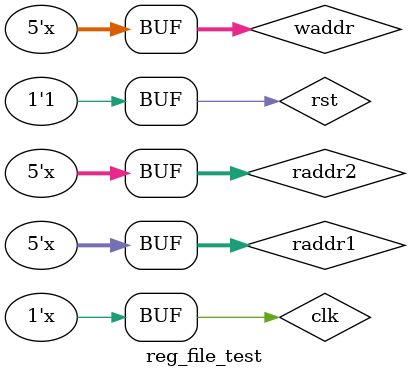
<source format=v>
`timescale 1ns / 1ns

`define DATA_WIDTH 32
`define ADDR_WIDTH 5

module reg_file_test
();

	reg clk;
	reg rst;
	reg [`ADDR_WIDTH - 1:0] waddr;
	reg wen;
	reg [`DATA_WIDTH - 1:0] wdata;

	reg [`ADDR_WIDTH - 1:0] raddr1;
	reg [`ADDR_WIDTH - 1:0] raddr2;
	wire [`DATA_WIDTH - 1:0] rdata1;
	wire [`DATA_WIDTH - 1:0] rdata2;

		initial begin
	clk=0;
	rst=0;
	raddr1=0;
	raddr2=0;
	waddr=0;
	end

	always begin
		#10 clk = ~clk;
		rst=1;
		wdata={$random }%2000;
	    raddr1=raddr1+5'd1;
	    raddr2=raddr2+5'd1;
	    waddr=waddr+5'd1;
	    wen={$random}%2;
	end


	reg_file u_reg_file(
		.clk(clk),
		.rst(rst),
		.waddr(waddr),
		.raddr1(raddr1),
		.raddr2(raddr2),
		.wen(wen),
		.wdata(wdata),
		.rdata1(rdata1),
		.rdata2(rdata2)
	);

endmodule

</source>
